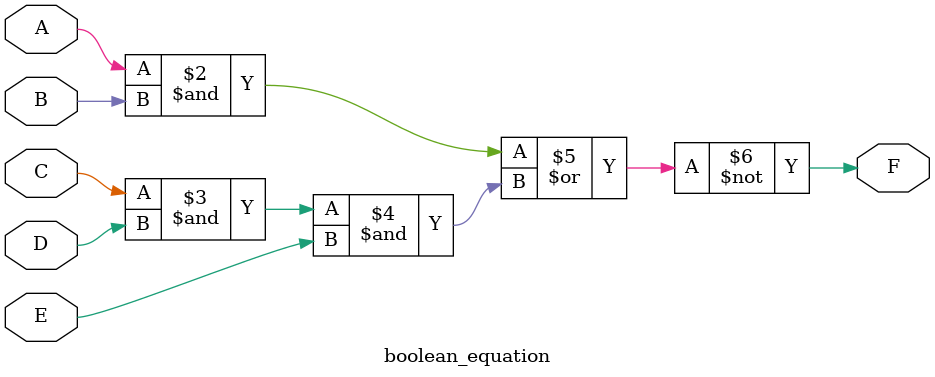
<source format=v>
module boolean_equation(
    input wire A, 
    input wire B, 
    input wire C, 
    input wire D, 
    input wire E, 
    output reg F
);
    always @* begin
        F = ~(A & B | C & D & E);
    end
endmodule


</source>
